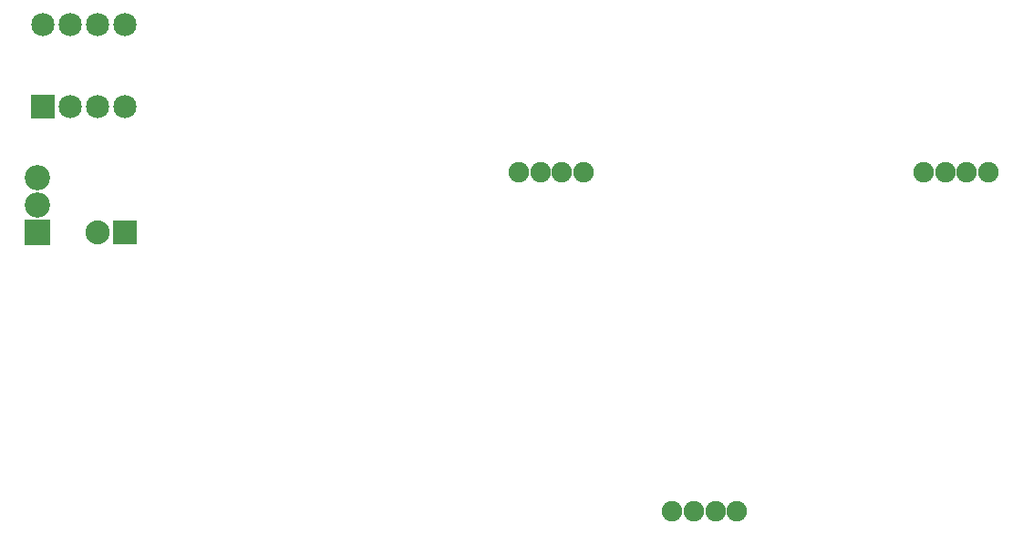
<source format=gbs>
G04 MADE WITH FRITZING*
G04 WWW.FRITZING.ORG*
G04 DOUBLE SIDED*
G04 HOLES PLATED*
G04 CONTOUR ON CENTER OF CONTOUR VECTOR*
%ASAXBY*%
%FSLAX23Y23*%
%MOIN*%
%OFA0B0*%
%SFA1.0B1.0*%
%ADD10C,0.085000*%
%ADD11C,0.092000*%
%ADD12C,0.088000*%
%ADD13C,0.075000*%
%ADD14R,0.085000X0.085000*%
%ADD15R,0.092000X0.092000*%
%ADD16R,0.088000X0.088000*%
%LNMASK0*%
G90*
G70*
G54D10*
X243Y2151D03*
X243Y2451D03*
X343Y2151D03*
X343Y2451D03*
X443Y2151D03*
X443Y2451D03*
X543Y2151D03*
X543Y2451D03*
G54D11*
X223Y1691D03*
X223Y1791D03*
X223Y1891D03*
G54D12*
X543Y1691D03*
X443Y1691D03*
G54D13*
X2221Y1911D03*
X2142Y1911D03*
X2063Y1911D03*
X1985Y1911D03*
X3701Y1911D03*
X3622Y1911D03*
X3543Y1911D03*
X3465Y1911D03*
X2546Y671D03*
X2625Y671D03*
X2703Y671D03*
X2782Y671D03*
G54D14*
X243Y2151D03*
G54D15*
X223Y1691D03*
G54D16*
X543Y1691D03*
G04 End of Mask0*
M02*
</source>
